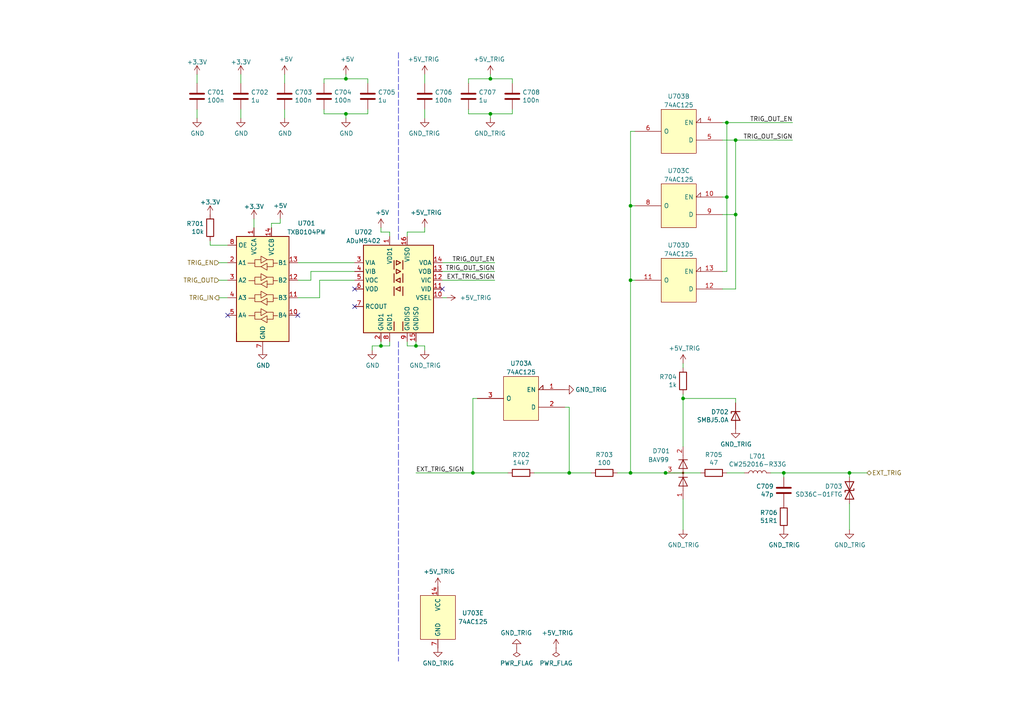
<source format=kicad_sch>
(kicad_sch (version 20230121) (generator eeschema)
  (paper "A4")
  (lib_symbols
    (symbol "Device:C" (pin_numbers hide) (pin_names (offset 0.254))
      (property "Reference" "C" (at 0.635 2.54 0))
      (property "Value" "C" (at 0.635 -2.54 0))
      (symbol "C_0_1"
        (polyline (pts (xy -2.032 -0.762) (xy 2.032 -0.762)) (stroke (width 0.508)))
        (polyline (pts (xy -2.032 0.762) (xy 2.032 0.762)) (stroke (width 0.508)))
      )
      (symbol "C_1_1"
        (pin passive line (at 0 3.81 270) (length 2.794) (name "~") (number "1"))
        (pin passive line (at 0 -3.81 90) (length 2.794) (name "~") (number "2"))
      )
    )
    (symbol "Device:D_TVS" (pin_numbers hide) (pin_names (offset 1.016) hide)
      (property "Reference" "D" (at 0 2.54 0))
      (property "Value" "D_TVS" (at 0 -2.54 0))
      (symbol "D_TVS_0_1"
        (polyline (pts (xy 1.27 0) (xy -1.27 0)))
        (polyline (pts (xy 0.508 1.27) (xy 0 1.27) (xy 0 -1.27) (xy -0.508 -1.27)) (stroke (width 0.254)))
        (polyline (pts (xy -2.54 1.27) (xy -2.54 -1.27) (xy 2.54 1.27) (xy 2.54 -1.27) (xy -2.54 1.27)) (stroke (width 0.254)))
      )
      (symbol "D_TVS_1_1"
        (pin passive line (at -3.81 0 0) (length 2.54) (name "A1") (number "1"))
        (pin passive line (at 3.81 0 180) (length 2.54) (name "A2") (number "2"))
      )
    )
    (symbol "Device:D_Zener" (pin_numbers hide) (pin_names (offset 1.016) hide)
      (property "Reference" "D" (at 0 2.54 0))
      (property "Value" "D_Zener" (at 0 -2.54 0))
      (symbol "D_Zener_0_1"
        (polyline (pts (xy 1.27 0) (xy -1.27 0)))
        (polyline (pts (xy -1.27 -1.27) (xy -1.27 1.27) (xy -0.762 1.27)) (stroke (width 0.254)))
        (polyline (pts (xy 1.27 -1.27) (xy 1.27 1.27) (xy -1.27 0) (xy 1.27 -1.27)) (stroke (width 0.254)))
      )
      (symbol "D_Zener_1_1"
        (pin passive line (at -3.81 0 0) (length 2.54) (name "K") (number "1"))
        (pin passive line (at 3.81 0 180) (length 2.54) (name "A") (number "2"))
      )
    )
    (symbol "Device:L" (pin_numbers hide) (pin_names (offset 1.016) hide)
      (property "Reference" "L" (at -1.27 0 90))
      (property "Value" "L" (at 1.905 0 90))
      (symbol "L_0_1"
        (arc (start 0 -2.54) (mid 0.6323 -1.905) (end 0 -1.27))
        (arc (start 0 -1.27) (mid 0.6323 -0.635) (end 0 0))
        (arc (start 0 0) (mid 0.6323 0.635) (end 0 1.27))
        (arc (start 0 1.27) (mid 0.6323 1.905) (end 0 2.54))
      )
      (symbol "L_1_1"
        (pin passive line (at 0 3.81 270) (length 1.27) (name "1") (number "1"))
        (pin passive line (at 0 -3.81 90) (length 1.27) (name "2") (number "2"))
      )
    )
    (symbol "Device:R" (pin_numbers hide) (pin_names (offset 0))
      (property "Reference" "R" (at 2.032 0 90))
      (property "Value" "R" (at 0 0 90))
      (symbol "R_0_1"
        (rectangle (start -1.016 -2.54) (end 1.016 2.54) (stroke (width 0.254)))
      )
      (symbol "R_1_1"
        (pin passive line (at 0 3.81 270) (length 1.27) (name "~") (number "1"))
        (pin passive line (at 0 -3.81 90) (length 1.27) (name "~") (number "2"))
      )
    )
    (symbol "Diode:BAV99" (pin_names hide)
      (property "Reference" "D" (at 0 5.08 0))
      (property "Value" "BAV99" (at 0 2.54 0))
      (symbol "BAV99_0_1"
        (polyline (pts (xy -5.08 0) (xy 5.08 0)))
      )
      (symbol "BAV99_1_1"
        (polyline (pts (xy 0 0) (xy 0 -2.54)))
        (polyline (pts (xy -1.27 -1.27) (xy -1.27 1.27) (xy -1.27 1.27)) (stroke (width 0.2032)))
        (polyline (pts (xy 3.81 1.27) (xy 3.81 -1.27) (xy 3.81 -1.27)) (stroke (width 0.2032)))
        (polyline (pts (xy -3.81 1.27) (xy -1.27 0) (xy -3.81 -1.27) (xy -3.81 1.27) (xy -3.81 1.27) (xy -3.81 1.27)) (stroke (width 0.2032)))
        (polyline (pts (xy 1.27 1.27) (xy 3.81 0) (xy 1.27 -1.27) (xy 1.27 1.27) (xy 1.27 1.27) (xy 1.27 1.27)) (stroke (width 0.2032)))
        (circle (center 0 0) (radius 0.254) (fill (type outline)))
        (pin passive line (at -7.62 0 0) (length 2.54) (name "K") (number "1"))
        (pin passive line (at 7.62 0 180) (length 2.54) (name "A") (number "2"))
        (pin passive line (at 0 -5.08 90) (length 2.54) (name "K") (number "3"))
      )
    )
    (symbol "ETH1CSMU2:+5V_TRIG" (power) (pin_names (offset 0))
      (property "Value" "+5V_TRIG" (at 0 3.556 0))
      (symbol "+5V_TRIG_0_1"
        (polyline (pts (xy -0.762 1.27) (xy 0 2.54)))
        (polyline (pts (xy 0 0) (xy 0 2.54)))
        (polyline (pts (xy 0 2.54) (xy 0.762 1.27)))
      )
      (symbol "+5V_TRIG_1_1"
        (pin power_in line (at 0 0 90) (length 0) hide (name "+5V_TRIG") (number "1"))
      )
    )
    (symbol "ETH1CSMU2:74AC125" (pin_names (offset 0.762))
      (property "Reference" "U" (at 8.89 6.35 0))
      (property "Value" "74AC125" (at 6.35 5.08 0))
      (symbol "74AC125_0_1"
        (rectangle (start -5.08 6.35) (end 5.08 -6.35) (fill (type background)))
      )
      (symbol "74AC125_1_0"
        (pin input input_low (at -12.7 2.54 0) (length 7.62) (name "EN") (number "1"))
      )
      (symbol "74AC125_1_1"
        (pin input line (at -12.7 -2.54 0) (length 7.62) (name "D") (number "2"))
        (pin tri_state line (at 12.7 0 180) (length 7.62) (name "O") (number "3"))
      )
      (symbol "74AC125_2_0"
        (pin input input_low (at -12.7 2.54 0) (length 7.62) (name "EN") (number "4"))
      )
      (symbol "74AC125_2_1"
        (pin input line (at -12.7 -2.54 0) (length 7.62) (name "D") (number "5"))
        (pin tri_state line (at 12.7 0 180) (length 7.62) (name "O") (number "6"))
      )
      (symbol "74AC125_3_0"
        (pin input input_low (at -12.7 2.54 0) (length 7.62) (name "EN") (number "10"))
      )
      (symbol "74AC125_3_1"
        (pin tri_state line (at 12.7 0 180) (length 7.62) (name "O") (number "8"))
        (pin input line (at -12.7 -2.54 0) (length 7.62) (name "D") (number "9"))
      )
      (symbol "74AC125_4_0"
        (pin input input_low (at -12.7 2.54 0) (length 7.62) (name "EN") (number "13"))
      )
      (symbol "74AC125_4_1"
        (pin tri_state line (at 12.7 0 180) (length 7.62) (name "O") (number "11"))
        (pin input line (at -12.7 -2.54 0) (length 7.62) (name "D") (number "12"))
      )
      (symbol "74AC125_5_1"
        (pin passive line (at 0 8.89 270) (length 2.54) (name "VCC") (number "14"))
        (pin passive line (at 0 -8.89 90) (length 2.54) (name "GND") (number "7"))
      )
    )
    (symbol "ETH1CSMU2:GND_TRIG" (power) (pin_names (offset 0))
      (property "Value" "GND_TRIG" (at 0 -3.81 0))
      (symbol "GND_TRIG_0_1"
        (polyline (pts (xy 0 0) (xy 0 -1.27) (xy 1.27 -1.27) (xy 0 -2.54) (xy -1.27 -1.27) (xy 0 -1.27)))
      )
      (symbol "GND_TRIG_1_1"
        (pin power_in line (at 0 0 270) (length 0) hide (name "GND_TRIG") (number "1"))
      )
    )
    (symbol "Isolator:ADuM5402"
      (property "Reference" "U" (at -10.16 13.97 0))
      (property "Value" "ADuM5402" (at 3.81 13.97 0))
      (symbol "ADuM5402_0_1"
        (rectangle (start -10.16 12.7) (end 10.16 -12.7) (stroke (width 0.254)) (fill (type background)))
        (polyline (pts (xy -1.27 -9.525) (xy -1.27 -12.065)) (stroke (width 0.254)))
        (polyline (pts (xy -1.27 0.635) (xy -1.27 -1.905)) (stroke (width 0.254)))
        (polyline (pts (xy -1.27 4.445) (xy -1.27 1.905)) (stroke (width 0.254)))
        (polyline (pts (xy -1.27 8.255) (xy -1.27 5.715)) (stroke (width 0.254)))
        (polyline (pts (xy 1.27 -9.525) (xy 1.27 -12.065)) (stroke (width 0.254)))
        (polyline (pts (xy 1.27 0.635) (xy 1.27 -1.905)) (stroke (width 0.254)))
        (polyline (pts (xy 1.27 4.445) (xy 1.27 1.905)) (stroke (width 0.254)))
        (polyline (pts (xy 1.27 8.255) (xy 1.27 5.715)) (stroke (width 0.254)))
        (polyline (pts (xy -0.635 5.715) (xy -0.635 4.445) (xy 0.635 5.08) (xy -0.635 5.715)) (stroke (width 0.254)))
        (polyline (pts (xy -0.635 6.985) (xy 0.635 7.62) (xy -0.635 8.255) (xy -0.635 6.985)) (stroke (width 0.254)))
        (polyline (pts (xy 0.508 0.635) (xy 0.508 -0.635) (xy -0.762 0) (xy 0.508 0.635)) (stroke (width 0.254)))
        (polyline (pts (xy 0.508 1.905) (xy -0.762 2.54) (xy 0.508 3.175) (xy 0.508 1.905)) (stroke (width 0.254)))
      )
      (symbol "ADuM5402_1_1"
        (pin power_in line (at -2.54 15.24 270) (length 2.54) (name "VDD1") (number "1"))
        (pin input line (at 12.7 -2.54 180) (length 2.54) (name "VSEL") (number "10"))
        (pin input line (at 12.7 0 180) (length 2.54) (name "VID") (number "11"))
        (pin input line (at 12.7 2.54 180) (length 2.54) (name "VIC") (number "12"))
        (pin output line (at 12.7 5.08 180) (length 2.54) (name "VOB") (number "13"))
        (pin output line (at 12.7 7.62 180) (length 2.54) (name "VOA") (number "14"))
        (pin power_in line (at 5.08 -15.24 90) (length 2.54) (name "GNDISO") (number "15"))
        (pin power_in line (at 2.54 15.24 270) (length 2.54) (name "VISO") (number "16"))
        (pin power_in line (at -5.08 -15.24 90) (length 2.54) (name "GND1") (number "2"))
        (pin input line (at -12.7 7.62 0) (length 2.54) (name "VIA") (number "3"))
        (pin input line (at -12.7 5.08 0) (length 2.54) (name "VIB") (number "4"))
        (pin output line (at -12.7 2.54 0) (length 2.54) (name "VOC") (number "5"))
        (pin output line (at -12.7 0 0) (length 2.54) (name "VOD") (number "6"))
        (pin output line (at -12.7 -5.08 0) (length 2.54) (name "RCOUT") (number "7"))
        (pin power_in line (at -2.54 -15.24 90) (length 2.54) (name "GND1") (number "8"))
        (pin power_in line (at 2.54 -15.24 90) (length 2.54) (name "GNDISO") (number "9"))
      )
    )
    (symbol "Logic_LevelTranslator:TXB0104PW"
      (property "Reference" "U" (at -6.35 16.51 0))
      (property "Value" "TXB0104PW" (at 3.81 16.51 0))
      (symbol "TXB0104PW_0_1"
        (rectangle (start -7.62 -15.24) (end -7.62 -12.7) (stroke (width 0.254)))
        (rectangle (start -7.62 15.24) (end 7.62 -15.24) (stroke (width 0.254)) (fill (type background)))
        (polyline (pts (xy -2.286 -7.747) (xy -2.286 -6.731) (xy -0.508 -6.731)))
        (polyline (pts (xy -2.286 -2.667) (xy -2.286 -1.651) (xy -0.508 -1.651)))
        (polyline (pts (xy -2.286 2.413) (xy -2.286 3.429) (xy -0.508 3.429)))
        (polyline (pts (xy -2.286 7.493) (xy -2.286 8.509) (xy -0.508 8.509)))
        (polyline (pts (xy 3.048 -7.747) (xy 3.048 -8.763) (xy 1.27 -8.763)))
        (polyline (pts (xy 3.048 -2.667) (xy 3.048 -3.683) (xy 1.27 -3.683)))
        (polyline (pts (xy 3.048 2.413) (xy 3.048 1.397) (xy 1.27 1.397)))
        (polyline (pts (xy 3.048 7.493) (xy 3.048 6.477) (xy 1.27 6.477)))
        (polyline (pts (xy -0.508 -8.763) (xy -2.286 -8.763) (xy -2.286 -7.747) (xy -4.064 -7.747)))
        (polyline (pts (xy -0.508 -8.763) (xy 1.27 -7.747) (xy 1.27 -9.779) (xy -0.508 -8.763)))
        (polyline (pts (xy -0.508 -3.683) (xy -2.286 -3.683) (xy -2.286 -2.667) (xy -4.064 -2.667)))
        (polyline (pts (xy -0.508 -3.683) (xy 1.27 -2.667) (xy 1.27 -4.699) (xy -0.508 -3.683)))
        (polyline (pts (xy -0.508 1.397) (xy -2.286 1.397) (xy -2.286 2.413) (xy -4.064 2.413)))
        (polyline (pts (xy -0.508 1.397) (xy 1.27 2.413) (xy 1.27 0.381) (xy -0.508 1.397)))
        (polyline (pts (xy -0.508 6.477) (xy -2.286 6.477) (xy -2.286 7.493) (xy -4.318 7.493)))
        (polyline (pts (xy -0.508 6.477) (xy 1.27 7.493) (xy 1.27 5.461) (xy -0.508 6.477)))
        (polyline (pts (xy 1.27 -6.731) (xy -0.508 -7.747) (xy -0.508 -5.715) (xy 1.27 -6.731)))
        (polyline (pts (xy 1.27 -6.731) (xy 3.048 -6.731) (xy 3.048 -7.747) (xy 4.318 -7.747)))
        (polyline (pts (xy 1.27 -1.651) (xy -0.508 -2.667) (xy -0.508 -0.635) (xy 1.27 -1.651)))
        (polyline (pts (xy 1.27 -1.651) (xy 3.048 -1.651) (xy 3.048 -2.667) (xy 4.318 -2.667)))
        (polyline (pts (xy 1.27 3.429) (xy -0.508 2.413) (xy -0.508 4.445) (xy 1.27 3.429)))
        (polyline (pts (xy 1.27 3.429) (xy 3.048 3.429) (xy 3.048 2.413) (xy 4.318 2.413)))
        (polyline (pts (xy 1.27 8.509) (xy -0.508 7.493) (xy -0.508 9.525) (xy 1.27 8.509)))
        (polyline (pts (xy 1.27 8.509) (xy 3.048 8.509) (xy 3.048 7.493) (xy 4.318 7.493)))
      )
      (symbol "TXB0104PW_1_1"
        (pin power_in line (at -2.54 17.78 270) (length 2.54) (name "VCCA") (number "1"))
        (pin bidirectional line (at 10.16 -7.62 180) (length 2.54) (name "B4") (number "10"))
        (pin bidirectional line (at 10.16 -2.54 180) (length 2.54) (name "B3") (number "11"))
        (pin bidirectional line (at 10.16 2.54 180) (length 2.54) (name "B2") (number "12"))
        (pin bidirectional line (at 10.16 7.62 180) (length 2.54) (name "B1") (number "13"))
        (pin power_in line (at 2.54 17.78 270) (length 2.54) (name "VCCB") (number "14"))
        (pin bidirectional line (at -10.16 7.62 0) (length 2.54) (name "A1") (number "2"))
        (pin bidirectional line (at -10.16 2.54 0) (length 2.54) (name "A2") (number "3"))
        (pin bidirectional line (at -10.16 -2.54 0) (length 2.54) (name "A3") (number "4"))
        (pin bidirectional line (at -10.16 -7.62 0) (length 2.54) (name "A4") (number "5"))
        (pin no_connect line (at -10.16 -12.7 0) (length 2.54) hide (name "NC") (number "6"))
        (pin power_in line (at 0 -17.78 90) (length 2.54) (name "GND") (number "7"))
        (pin input line (at -10.16 12.7 0) (length 2.54) (name "OE") (number "8"))
        (pin no_connect line (at 10.16 -12.7 180) (length 2.54) hide (name "NC") (number "9"))
      )
    )
    (symbol "power:+3.3V" (power) (pin_names (offset 0))
      (property "Value" "+3.3V" (at 0 3.556 0))
      (symbol "+3.3V_0_1"
        (polyline (pts (xy -0.762 1.27) (xy 0 2.54)))
        (polyline (pts (xy 0 0) (xy 0 2.54)))
        (polyline (pts (xy 0 2.54) (xy 0.762 1.27)))
      )
      (symbol "+3.3V_1_1"
        (pin power_in line (at 0 0 90) (length 0) hide (name "+3.3V") (number "1"))
      )
    )
    (symbol "power:+5V" (power) (pin_names (offset 0))
      (property "Value" "+5V" (at 0 3.556 0))
      (symbol "+5V_0_1"
        (polyline (pts (xy -0.762 1.27) (xy 0 2.54)))
        (polyline (pts (xy 0 0) (xy 0 2.54)))
        (polyline (pts (xy 0 2.54) (xy 0.762 1.27)))
      )
      (symbol "+5V_1_1"
        (pin power_in line (at 0 0 90) (length 0) hide (name "+5V") (number "1"))
      )
    )
    (symbol "power:GND" (power) (pin_names (offset 0))
      (property "Value" "GND" (at 0 -3.81 0))
      (symbol "GND_0_1"
        (polyline (pts (xy 0 0) (xy 0 -1.27) (xy 1.27 -1.27) (xy 0 -2.54) (xy -1.27 -1.27) (xy 0 -1.27)))
      )
      (symbol "GND_1_1"
        (pin power_in line (at 0 0 270) (length 0) hide (name "GND") (number "1"))
      )
    )
    (symbol "power:PWR_FLAG" (power) (pin_numbers hide) (pin_names (offset 0) hide)
      (property "Value" "PWR_FLAG" (at 0 3.81 0))
      (symbol "PWR_FLAG_0_0"
        (pin power_out line (at 0 0 90) (length 0) (name "pwr") (number "1"))
      )
      (symbol "PWR_FLAG_0_1"
        (polyline (pts (xy 0 0) (xy 0 1.27) (xy -1.016 1.905) (xy 0 2.54) (xy 1.016 1.905) (xy 0 1.27)))
      )
    )
  )
  (junction (at 246.38 137.16))
  (junction (at 120.65 100.33))
  (junction (at 198.12 115.57))
  (junction (at 213.36 62.23))
  (junction (at 213.36 40.64))
  (junction (at 142.24 22.86))
  (junction (at 182.88 137.16))
  (junction (at 182.88 59.69))
  (junction (at 210.82 57.15))
  (junction (at 137.16 137.16))
  (junction (at 210.82 35.56))
  (junction (at 100.33 22.86))
  (junction (at 182.88 81.28))
  (junction (at 165.1 137.16))
  (junction (at 100.33 33.02))
  (junction (at 110.49 100.33))
  (junction (at 227.33 137.16))
  (junction (at 142.24 33.02))
  (junction (at 193.04 137.16))
  (no_connect (at 86.36 91.44))
  (no_connect (at 102.87 88.9))
  (no_connect (at 128.27 83.82))
  (no_connect (at 102.87 83.82))
  (no_connect (at 66.04 91.44))
  (wire (pts (xy 213.36 115.57) (xy 198.12 115.57)))
  (wire (pts (xy 184.15 38.1) (xy 182.88 38.1)))
  (wire (pts (xy 227.33 137.16) (xy 227.33 138.43)))
  (wire (pts (xy 182.88 38.1) (xy 182.88 59.69)))
  (wire (pts (xy 123.19 24.13) (xy 123.19 21.59)))
  (wire (pts (xy 154.94 137.16) (xy 165.1 137.16)))
  (wire (pts (xy 142.24 21.59) (xy 142.24 22.86)))
  (wire (pts (xy 210.82 57.15) (xy 210.82 35.56)))
  (wire (pts (xy 81.28 64.77) (xy 81.28 63.5)))
  (wire (pts (xy 106.68 24.13) (xy 106.68 22.86)))
  (wire (pts (xy 147.32 137.16) (xy 137.16 137.16)))
  (wire (pts (xy 123.19 34.29) (xy 123.19 31.75)))
  (wire (pts (xy 148.59 22.86) (xy 148.59 24.13)))
  (wire (pts (xy 73.66 63.5) (xy 73.66 66.04)))
  (wire (pts (xy 106.68 31.75) (xy 106.68 33.02)))
  (wire (pts (xy 142.24 33.02) (xy 148.59 33.02)))
  (wire (pts (xy 92.71 86.36) (xy 92.71 81.28)))
  (wire (pts (xy 210.82 137.16) (xy 215.9 137.16)))
  (wire (pts (xy 100.33 22.86) (xy 93.98 22.86)))
  (wire (pts (xy 246.38 138.43) (xy 246.38 137.16)))
  (wire (pts (xy 78.74 66.04) (xy 78.74 64.77)))
  (wire (pts (xy 90.17 78.74) (xy 90.17 81.28)))
  (wire (pts (xy 213.36 83.82) (xy 209.55 83.82)))
  (wire (pts (xy 182.88 81.28) (xy 184.15 81.28)))
  (wire (pts (xy 78.74 64.77) (xy 81.28 64.77)))
  (wire (pts (xy 137.16 137.16) (xy 137.16 115.57)))
  (wire (pts (xy 128.27 78.74) (xy 143.51 78.74)))
  (wire (pts (xy 60.96 71.12) (xy 60.96 69.85)))
  (wire (pts (xy 66.04 71.12) (xy 60.96 71.12)))
  (wire (pts (xy 135.89 24.13) (xy 135.89 22.86)))
  (wire (pts (xy 213.36 40.64) (xy 213.36 62.23)))
  (wire (pts (xy 57.15 21.59) (xy 57.15 24.13)))
  (wire (pts (xy 135.89 31.75) (xy 135.89 33.02)))
  (wire (pts (xy 209.55 57.15) (xy 210.82 57.15)))
  (wire (pts (xy 210.82 35.56) (xy 209.55 35.56)))
  (wire (pts (xy 213.36 62.23) (xy 213.36 83.82)))
  (wire (pts (xy 198.12 105.41) (xy 198.12 106.68)))
  (wire (pts (xy 209.55 62.23) (xy 213.36 62.23)))
  (wire (pts (xy 100.33 34.29) (xy 100.33 33.02)))
  (wire (pts (xy 182.88 81.28) (xy 182.88 137.16)))
  (wire (pts (xy 100.33 33.02) (xy 93.98 33.02)))
  (wire (pts (xy 82.55 31.75) (xy 82.55 34.29)))
  (wire (pts (xy 209.55 40.64) (xy 213.36 40.64)))
  (wire (pts (xy 69.85 21.59) (xy 69.85 24.13)))
  (wire (pts (xy 63.5 86.36) (xy 66.04 86.36)))
  (wire (pts (xy 110.49 100.33) (xy 110.49 99.06)))
  (wire (pts (xy 163.83 118.11) (xy 165.1 118.11)))
  (wire (pts (xy 182.88 59.69) (xy 182.88 81.28)))
  (wire (pts (xy 123.19 67.31) (xy 118.11 67.31)))
  (wire (pts (xy 165.1 118.11) (xy 165.1 137.16)))
  (wire (pts (xy 93.98 33.02) (xy 93.98 31.75)))
  (wire (pts (xy 113.03 68.58) (xy 113.03 67.31)))
  (wire (pts (xy 143.51 76.2) (xy 128.27 76.2)))
  (wire (pts (xy 118.11 100.33) (xy 120.65 100.33)))
  (wire (pts (xy 92.71 81.28) (xy 102.87 81.28)))
  (wire (pts (xy 100.33 21.59) (xy 100.33 22.86)))
  (wire (pts (xy 251.46 137.16) (xy 246.38 137.16)))
  (wire (pts (xy 223.52 137.16) (xy 227.33 137.16)))
  (wire (pts (xy 123.19 100.33) (xy 123.19 101.6)))
  (wire (pts (xy 106.68 33.02) (xy 100.33 33.02)))
  (wire (pts (xy 93.98 22.86) (xy 93.98 24.13)))
  (wire (pts (xy 86.36 86.36) (xy 92.71 86.36)))
  (wire (pts (xy 198.12 114.3) (xy 198.12 115.57)))
  (wire (pts (xy 184.15 59.69) (xy 182.88 59.69)))
  (wire (pts (xy 198.12 144.78) (xy 198.12 153.67)))
  (wire (pts (xy 118.11 67.31) (xy 118.11 68.58)))
  (wire (pts (xy 203.2 137.16) (xy 193.04 137.16)))
  (wire (pts (xy 107.95 100.33) (xy 110.49 100.33)))
  (polyline (pts (xy 115.57 99.06) (xy 115.57 191.77)) (stroke (width 0) (type dash)))
  (wire (pts (xy 137.16 115.57) (xy 138.43 115.57)))
  (wire (pts (xy 210.82 78.74) (xy 210.82 57.15)))
  (wire (pts (xy 179.07 137.16) (xy 182.88 137.16)))
  (wire (pts (xy 213.36 40.64) (xy 229.87 40.64)))
  (wire (pts (xy 86.36 76.2) (xy 102.87 76.2)))
  (wire (pts (xy 118.11 99.06) (xy 118.11 100.33)))
  (wire (pts (xy 129.54 86.36) (xy 128.27 86.36)))
  (wire (pts (xy 113.03 100.33) (xy 110.49 100.33)))
  (wire (pts (xy 107.95 101.6) (xy 107.95 100.33)))
  (wire (pts (xy 113.03 67.31) (xy 110.49 67.31)))
  (wire (pts (xy 143.51 81.28) (xy 128.27 81.28)))
  (wire (pts (xy 246.38 153.67) (xy 246.38 146.05)))
  (wire (pts (xy 135.89 22.86) (xy 142.24 22.86)))
  (wire (pts (xy 113.03 99.06) (xy 113.03 100.33)))
  (wire (pts (xy 69.85 31.75) (xy 69.85 34.29)))
  (wire (pts (xy 165.1 137.16) (xy 171.45 137.16)))
  (wire (pts (xy 137.16 137.16) (xy 120.65 137.16)))
  (wire (pts (xy 90.17 81.28) (xy 86.36 81.28)))
  (wire (pts (xy 135.89 33.02) (xy 142.24 33.02)))
  (wire (pts (xy 246.38 137.16) (xy 227.33 137.16)))
  (wire (pts (xy 110.49 67.31) (xy 110.49 66.04)))
  (wire (pts (xy 63.5 81.28) (xy 66.04 81.28)))
  (wire (pts (xy 198.12 115.57) (xy 198.12 129.54)))
  (wire (pts (xy 57.15 34.29) (xy 57.15 31.75)))
  (wire (pts (xy 120.65 100.33) (xy 123.19 100.33)))
  (wire (pts (xy 209.55 78.74) (xy 210.82 78.74)))
  (wire (pts (xy 142.24 22.86) (xy 148.59 22.86)))
  (wire (pts (xy 106.68 22.86) (xy 100.33 22.86)))
  (wire (pts (xy 120.65 99.06) (xy 120.65 100.33)))
  (wire (pts (xy 63.5 76.2) (xy 66.04 76.2)))
  (wire (pts (xy 142.24 34.29) (xy 142.24 33.02)))
  (wire (pts (xy 213.36 116.84) (xy 213.36 115.57)))
  (wire (pts (xy 82.55 21.59) (xy 82.55 24.13)))
  (wire (pts (xy 210.82 35.56) (xy 229.87 35.56)))
  (polyline (pts (xy 115.57 15.24) (xy 115.57 69.85)) (stroke (width 0) (type dash)))
  (wire (pts (xy 102.87 78.74) (xy 90.17 78.74)))
  (wire (pts (xy 148.59 33.02) (xy 148.59 31.75)))
  (wire (pts (xy 193.04 137.16) (xy 182.88 137.16)))
  (wire (pts (xy 123.19 66.04) (xy 123.19 67.31)))
  (label "TRIG_OUT_EN" (at 229.87 35.56 180))
  (label "TRIG_OUT_EN" (at 143.51 76.2 180))
  (label "EXT_TRIG_SIGN" (at 120.65 137.16 0))
  (label "EXT_TRIG_SIGN" (at 143.51 81.28 180))
  (label "TRIG_OUT_SIGN" (at 143.51 78.74 180))
  (label "TRIG_OUT_SIGN" (at 229.87 40.64 180))
  (hierarchical_label "TRIG_OUT" (shape input) (at 63.5 81.28 180))
  (hierarchical_label "TRIG_EN" (shape input) (at 63.5 76.2 180))
  (hierarchical_label "TRIG_IN" (shape output) (at 63.5 86.36 180))
  (hierarchical_label "EXT_TRIG" (shape bidirectional) (at 251.46 137.16 0))
  (symbol (lib_id "Device:C") (at 148.59 27.94 0) (unit 1)
    (property "Reference" "C708" (at 151.511 26.7716 0) (effects (justify left)))
    (property "Value" "100n" (at 151.511 29.083 0) (effects (justify left)))
    (property "Footprint" "Capacitor_SMD:C_0603_1608Metric_Pad1.08x0.95mm_HandSolder" (effects hide))
    (instances (project "ETH1CSMU2" (path "" (reference "C708") (unit 1))) (project "ETH1CREF1A" (path "" (reference "C408") (unit 1))))
  )
  (symbol (lib_id "ETH1CSMU2:GND_TRIG") (at 213.36 124.46 0) (unit 1)
    (property "Reference" "#PWR0729" (effects hide))
    (property "Value" "GND_TRIG" (at 213.487 128.8542 0))
    (instances (project "ETH1CSMU2" (path "" (reference "#PWR0729") (unit 1))) (project "ETH1CREF1A" (path "" (reference "#PWR0429") (unit 1))))
  )
  (symbol (lib_id "ETH1CSMU2:+5V_TRIG") (at 142.24 21.59 0) (mirror y) (unit 1)
    (property "Reference" "#PWR0722" (effects hide))
    (property "Value" "+5V_TRIG" (at 141.859 17.1958 0))
    (instances (project "ETH1CSMU2" (path "" (reference "#PWR0722") (unit 1))) (project "ETH1CREF1A" (path "" (reference "#PWR0422") (unit 1))))
  )
  (symbol (lib_id "ETH1CSMU2:GND_TRIG") (at 246.38 153.67 0) (unit 1)
    (property "Reference" "#PWR0731" (effects hide))
    (property "Value" "GND_TRIG" (at 246.507 158.0642 0))
    (instances (project "ETH1CSMU2" (path "" (reference "#PWR0731") (unit 1))) (project "ETH1CREF1A" (path "" (reference "#PWR0431") (unit 1))))
  )
  (symbol (lib_id "power:+5V") (at 82.55 21.59 0) (unit 1)
    (property "Reference" "#PWR0709" (effects hide))
    (property "Value" "+5V" (at 82.931 17.1958 0))
    (instances (project "ETH1CSMU2" (path "" (reference "#PWR0709") (unit 1))) (project "ETH1CREF1A" (path "" (reference "#PWR0409") (unit 1))))
  )
  (symbol (lib_id "Device:R") (at 175.26 137.16 90) (mirror x) (unit 1)
    (property "Reference" "R703" (at 175.26 131.9022 90))
    (property "Value" "100" (at 175.26 134.2136 90))
    (property "Footprint" "Resistor_SMD:R_0603_1608Metric_Pad0.98x0.95mm_HandSolder" (effects hide))
    (instances (project "ETH1CSMU2" (path "" (reference "R703") (unit 1))) (project "ETH1CREF1A" (path "" (reference "R403") (unit 1))))
  )
  (symbol (lib_id "Device:D_Zener") (at 213.36 120.65 90) (mirror x) (unit 1)
    (property "Reference" "D702" (at 211.3534 119.4816 90) (effects (justify left)))
    (property "Value" "SMBJ5.0A" (at 211.3534 121.793 90) (effects (justify left)))
    (property "Footprint" "Diode_SMD:D_SMB" (effects hide))
    (instances (project "ETH1CSMU2" (path "" (reference "D702") (unit 1))) (project "ETH1CREF1A" (path "" (reference "D402") (unit 1))))
  )
  (symbol (lib_id "ETH1CSMU2:GND_TRIG") (at 227.33 153.67 0) (unit 1)
    (property "Reference" "#PWR0730" (effects hide))
    (property "Value" "GND_TRIG" (at 227.457 158.0642 0))
    (instances (project "ETH1CSMU2" (path "" (reference "#PWR0730") (unit 1))) (project "ETH1CREF1A" (path "" (reference "#PWR0430") (unit 1))))
  )
  (symbol (lib_id "power:PWR_FLAG") (at 161.29 187.96 180) (unit 1)
    (property "Reference" "#FLG0702" (effects hide))
    (property "Value" "PWR_FLAG" (at 161.29 192.3542 0))
    (instances (project "ETH1CSMU2" (path "" (reference "#FLG0702") (unit 1))) (project "ETH1CREF1A" (path "" (reference "#FLG0402") (unit 1))))
  )
  (symbol (lib_id "Device:C") (at 135.89 27.94 0) (unit 1)
    (property "Reference" "C707" (at 138.811 26.7716 0) (effects (justify left)))
    (property "Value" "1u" (at 138.811 29.083 0) (effects (justify left)))
    (property "Footprint" "Capacitor_SMD:C_0603_1608Metric_Pad1.08x0.95mm_HandSolder" (effects hide))
    (instances (project "ETH1CSMU2" (path "" (reference "C707") (unit 1))) (project "ETH1CREF1A" (path "" (reference "C407") (unit 1))))
  )
  (symbol (lib_id "ETH1CSMU2:GND_TRIG") (at 142.24 34.29 0) (mirror y) (unit 1)
    (property "Reference" "#PWR0723" (effects hide))
    (property "Value" "GND_TRIG" (at 142.113 38.6842 0))
    (instances (project "ETH1CSMU2" (path "" (reference "#PWR0723") (unit 1))) (project "ETH1CREF1A" (path "" (reference "#PWR0423") (unit 1))))
  )
  (symbol (lib_id "ETH1CSMU2:74AC125") (at 127 179.07 0) (mirror y) (unit 5)
    (property "Reference" "U703" (at 137.16 177.8 0))
    (property "Value" "74AC125" (at 137.16 180.34 0))
    (property "Footprint" "Package_SO:TSSOP-14_4.4x5mm_P0.65mm" (effects hide))
    (instances (project "ETH1CSMU2" (path "" (reference "U703") (unit 5))) (project "ETH1CREF1A" (path "" (reference "U403") (unit 5))))
  )
  (symbol (lib_id "power:+5V") (at 110.49 66.04 0) (unit 1)
    (property "Reference" "#PWR0714" (effects hide))
    (property "Value" "+5V" (at 110.871 61.6458 0))
    (instances (project "ETH1CSMU2" (path "" (reference "#PWR0714") (unit 1))) (project "ETH1CREF1A" (path "" (reference "#PWR0414") (unit 1))))
  )
  (symbol (lib_id "power:GND") (at 57.15 34.29 0) (unit 1)
    (property "Reference" "#PWR0702" (effects hide))
    (property "Value" "GND" (at 57.277 38.6842 0))
    (instances (project "ETH1CSMU2" (path "" (reference "#PWR0702") (unit 1))) (project "ETH1CREF1A" (path "" (reference "#PWR0402") (unit 1))))
  )
  (symbol (lib_id "power:GND") (at 69.85 34.29 0) (unit 1)
    (property "Reference" "#PWR0705" (effects hide))
    (property "Value" "GND" (at 69.977 38.6842 0))
    (instances (project "ETH1CSMU2" (path "" (reference "#PWR0705") (unit 1))) (project "ETH1CREF1A" (path "" (reference "#PWR0405") (unit 1))))
  )
  (symbol (lib_id "power:GND") (at 76.2 101.6 0) (unit 1)
    (property "Reference" "#PWR0707" (effects hide))
    (property "Value" "GND" (at 76.327 105.9942 0))
    (instances (project "ETH1CSMU2" (path "" (reference "#PWR0707") (unit 1))) (project "ETH1CREF1A" (path "" (reference "#PWR0407") (unit 1))))
  )
  (symbol (lib_id "Device:R") (at 151.13 137.16 90) (mirror x) (unit 1)
    (property "Reference" "R702" (at 151.13 131.9022 90))
    (property "Value" "14k7" (at 151.13 134.2136 90))
    (property "Footprint" "Resistor_SMD:R_0603_1608Metric_Pad0.98x0.95mm_HandSolder" (effects hide))
    (instances (project "ETH1CSMU2" (path "" (reference "R702") (unit 1))) (project "ETH1CREF1A" (path "" (reference "R402") (unit 1))))
  )
  (symbol (lib_id "ETH1CSMU2:GND_TRIG") (at 127 187.96 0) (unit 1)
    (property "Reference" "#PWR0720" (effects hide))
    (property "Value" "GND_TRIG" (at 127.127 192.3542 0))
    (instances (project "ETH1CSMU2" (path "" (reference "#PWR0720") (unit 1))) (project "ETH1CREF1A" (path "" (reference "#PWR0420") (unit 1))))
  )
  (symbol (lib_id "ETH1CSMU2:+5V_TRIG") (at 129.54 86.36 270) (unit 1)
    (property "Reference" "#PWR0721" (effects hide))
    (property "Value" "+5V_TRIG" (at 133.35 86.36 90) (effects (justify left)))
    (instances (project "ETH1CSMU2" (path "" (reference "#PWR0721") (unit 1))) (project "ETH1CREF1A" (path "" (reference "#PWR0421") (unit 1))))
  )
  (symbol (lib_id "Device:C") (at 82.55 27.94 0) (unit 1)
    (property "Reference" "C703" (at 85.471 26.7716 0) (effects (justify left)))
    (property "Value" "100n" (at 85.471 29.083 0) (effects (justify left)))
    (property "Footprint" "Capacitor_SMD:C_0603_1608Metric_Pad1.08x0.95mm_HandSolder" (effects hide))
    (instances (project "ETH1CSMU2" (path "" (reference "C703") (unit 1))) (project "ETH1CREF1A" (path "" (reference "C403") (unit 1))))
  )
  (symbol (lib_id "power:+5V") (at 81.28 63.5 0) (unit 1)
    (property "Reference" "#PWR0708" (effects hide))
    (property "Value" "+5V" (at 81.28 59.69 0))
    (instances (project "ETH1CSMU2" (path "" (reference "#PWR0708") (unit 1))) (project "ETH1CREF1A" (path "" (reference "#PWR0408") (unit 1))))
  )
  (symbol (lib_id "ETH1CSMU2:GND_TRIG") (at 123.19 34.29 0) (mirror y) (unit 1)
    (property "Reference" "#PWR0716" (effects hide))
    (property "Value" "GND_TRIG" (at 123.063 38.6842 0))
    (instances (project "ETH1CSMU2" (path "" (reference "#PWR0716") (unit 1))) (project "ETH1CREF1A" (path "" (reference "#PWR0416") (unit 1))))
  )
  (symbol (lib_id "power:+3.3V") (at 60.96 62.23 0) (unit 1)
    (property "Reference" "#PWR0703" (effects hide))
    (property "Value" "+3.3V" (at 60.96 58.6542 0))
    (instances (project "ETH1CSMU2" (path "" (reference "#PWR0703") (unit 1))) (project "ETH1CREF1A" (path "" (reference "#PWR0403") (unit 1))))
  )
  (symbol (lib_id "ETH1CSMU2:+5V_TRIG") (at 123.19 21.59 0) (mirror y) (unit 1)
    (property "Reference" "#PWR0715" (effects hide))
    (property "Value" "+5V_TRIG" (at 122.809 17.1958 0))
    (instances (project "ETH1CSMU2" (path "" (reference "#PWR0715") (unit 1))) (project "ETH1CREF1A" (path "" (reference "#PWR0415") (unit 1))))
  )
  (symbol (lib_id "ETH1CSMU2:74AC125") (at 196.85 59.69 0) (mirror y) (unit 3)
    (property "Reference" "U703" (at 196.85 49.53 0))
    (property "Value" "74AC125" (at 196.85 52.07 0))
    (property "Footprint" "Package_SO:TSSOP-14_4.4x5mm_P0.65mm" (effects hide))
    (instances (project "ETH1CSMU2" (path "" (reference "U703") (unit 3))) (project "ETH1CREF1A" (path "" (reference "U403") (unit 3))))
  )
  (symbol (lib_id "Device:L") (at 219.71 137.16 270) (mirror x) (unit 1)
    (property "Reference" "L701" (at 219.71 132.334 90))
    (property "Value" "CW252016-R33G" (at 219.71 134.6454 90))
    (property "Footprint" "ETH1CSMU2:CW252016" (effects hide))
    (instances (project "ETH1CSMU2" (path "" (reference "L701") (unit 1))) (project "ETH1CREF1A" (path "" (reference "L401") (unit 1))))
  )
  (symbol (lib_id "ETH1CSMU2:+5V_TRIG") (at 161.29 187.96 0) (unit 1)
    (property "Reference" "#PWR0725" (effects hide))
    (property "Value" "+5V_TRIG" (at 161.671 183.5658 0))
    (instances (project "ETH1CSMU2" (path "" (reference "#PWR0725") (unit 1))) (project "ETH1CREF1A" (path "" (reference "#PWR0425") (unit 1))))
  )
  (symbol (lib_id "power:+3.3V") (at 73.66 63.5 0) (unit 1)
    (property "Reference" "#PWR0706" (effects hide))
    (property "Value" "+3.3V" (at 73.66 59.9242 0))
    (instances (project "ETH1CSMU2" (path "" (reference "#PWR0706") (unit 1))) (project "ETH1CREF1A" (path "" (reference "#PWR0406") (unit 1))))
  )
  (symbol (lib_id "Device:R") (at 198.12 110.49 0) (mirror y) (unit 1)
    (property "Reference" "R704" (at 196.342 109.3216 0) (effects (justify left)))
    (property "Value" "1k" (at 196.342 111.633 0) (effects (justify left)))
    (property "Footprint" "Resistor_SMD:R_0603_1608Metric_Pad0.98x0.95mm_HandSolder" (effects hide))
    (instances (project "ETH1CSMU2" (path "" (reference "R704") (unit 1))) (project "ETH1CREF1A" (path "" (reference "R404") (unit 1))))
  )
  (symbol (lib_id "Isolator:ADuM5402") (at 115.57 83.82 0) (unit 1)
    (property "Reference" "U702" (at 105.41 67.31 0))
    (property "Value" "ADuM5402" (at 105.41 69.85 0))
    (property "Footprint" "Package_SO:SOIC-16W_7.5x10.3mm_P1.27mm" (effects hide))
    (property "Datasheet" "https://www.analog.com/media/en/technical-documentation/data-sheets/ADuM5401_5402_5403_5404.pdf" (effects hide))
    (instances (project "ETH1CSMU2" (path "" (reference "U702") (unit 1))) (project "ETH1CREF1A" (path "" (reference "U402") (unit 1))))
  )
  (symbol (lib_id "power:GND") (at 100.33 34.29 0) (unit 1)
    (property "Reference" "#PWR0712" (effects hide))
    (property "Value" "GND" (at 100.457 38.6842 0))
    (instances (project "ETH1CSMU2" (path "" (reference "#PWR0712") (unit 1))) (project "ETH1CREF1A" (path "" (reference "#PWR0412") (unit 1))))
  )
  (symbol (lib_id "ETH1CSMU2:+5V_TRIG") (at 198.12 105.41 0) (unit 1)
    (property "Reference" "#PWR0727" (effects hide))
    (property "Value" "+5V_TRIG" (at 198.501 101.0158 0))
    (instances (project "ETH1CSMU2" (path "" (reference "#PWR0727") (unit 1))) (project "ETH1CREF1A" (path "" (reference "#PWR0427") (unit 1))))
  )
  (symbol (lib_id "Device:R") (at 60.96 66.04 0) (unit 1)
    (property "Reference" "R701" (at 59.182 64.8716 0) (effects (justify right)))
    (property "Value" "10k" (at 59.182 67.183 0) (effects (justify right)))
    (property "Footprint" "Resistor_SMD:R_0603_1608Metric_Pad0.98x0.95mm_HandSolder" (effects hide))
    (instances (project "ETH1CSMU2" (path "" (reference "R701") (unit 1))) (project "ETH1CREF1A" (path "" (reference "R401") (unit 1))))
  )
  (symbol (lib_id "Device:C") (at 57.15 27.94 0) (unit 1)
    (property "Reference" "C701" (at 60.071 26.7716 0) (effects (justify left)))
    (property "Value" "100n" (at 60.071 29.083 0) (effects (justify left)))
    (property "Footprint" "Capacitor_SMD:C_0603_1608Metric_Pad1.08x0.95mm_HandSolder" (effects hide))
    (instances (project "ETH1CSMU2" (path "" (reference "C701") (unit 1))) (project "ETH1CREF1A" (path "" (reference "C401") (unit 1))))
  )
  (symbol (lib_id "power:PWR_FLAG") (at 149.86 187.96 180) (unit 1)
    (property "Reference" "#FLG0701" (effects hide))
    (property "Value" "PWR_FLAG" (at 149.86 192.3542 0))
    (instances (project "ETH1CSMU2" (path "" (reference "#FLG0701") (unit 1))) (project "ETH1CREF1A" (path "" (reference "#FLG0401") (unit 1))))
  )
  (symbol (lib_id "Device:C") (at 93.98 27.94 0) (unit 1)
    (property "Reference" "C704" (at 96.901 26.7716 0) (effects (justify left)))
    (property "Value" "100n" (at 96.901 29.083 0) (effects (justify left)))
    (property "Footprint" "Capacitor_SMD:C_0603_1608Metric_Pad1.08x0.95mm_HandSolder" (effects hide))
    (instances (project "ETH1CSMU2" (path "" (reference "C704") (unit 1))) (project "ETH1CREF1A" (path "" (reference "C404") (unit 1))))
  )
  (symbol (lib_id "power:+3.3V") (at 69.85 21.59 0) (unit 1)
    (property "Reference" "#PWR0704" (effects hide))
    (property "Value" "+3.3V" (at 69.85 18.0142 0))
    (instances (project "ETH1CSMU2" (path "" (reference "#PWR0704") (unit 1))) (project "ETH1CREF1A" (path "" (reference "#PWR0404") (unit 1))))
  )
  (symbol (lib_id "Device:C") (at 69.85 27.94 0) (unit 1)
    (property "Reference" "C702" (at 72.771 26.7716 0) (effects (justify left)))
    (property "Value" "1u" (at 72.771 29.083 0) (effects (justify left)))
    (property "Footprint" "Capacitor_SMD:C_0603_1608Metric_Pad1.08x0.95mm_HandSolder" (effects hide))
    (instances (project "ETH1CSMU2" (path "" (reference "C702") (unit 1))) (project "ETH1CREF1A" (path "" (reference "C402") (unit 1))))
  )
  (symbol (lib_id "Device:C") (at 123.19 27.94 0) (unit 1)
    (property "Reference" "C706" (at 126.111 26.7716 0) (effects (justify left)))
    (property "Value" "100n" (at 126.111 29.083 0) (effects (justify left)))
    (property "Footprint" "Capacitor_SMD:C_0603_1608Metric_Pad1.08x0.95mm_HandSolder" (effects hide))
    (instances (project "ETH1CSMU2" (path "" (reference "C706") (unit 1))) (project "ETH1CREF1A" (path "" (reference "C406") (unit 1))))
  )
  (symbol (lib_id "power:GND") (at 107.95 101.6 0) (unit 1)
    (property "Reference" "#PWR0713" (effects hide))
    (property "Value" "GND" (at 108.077 105.9942 0))
    (instances (project "ETH1CSMU2" (path "" (reference "#PWR0713") (unit 1))) (project "ETH1CREF1A" (path "" (reference "#PWR0413") (unit 1))))
  )
  (symbol (lib_id "power:+5V") (at 100.33 21.59 0) (unit 1)
    (property "Reference" "#PWR0711" (effects hide))
    (property "Value" "+5V" (at 100.711 17.1958 0))
    (instances (project "ETH1CSMU2" (path "" (reference "#PWR0711") (unit 1))) (project "ETH1CREF1A" (path "" (reference "#PWR0411") (unit 1))))
  )
  (symbol (lib_id "Diode:BAV99") (at 198.12 137.16 270) (mirror x) (unit 1)
    (property "Reference" "D701" (at 189.23 130.81 90) (effects (justify left)))
    (property "Value" "BAV99" (at 187.96 133.35 90) (effects (justify left)))
    (property "Footprint" "Package_TO_SOT_SMD:SOT-23" (effects hide))
    (property "Datasheet" "https://assets.nexperia.com/documents/data-sheet/BAV99_SER.pdf" (effects hide))
    (instances (project "ETH1CSMU2" (path "" (reference "D701") (unit 1))) (project "ETH1CREF1A" (path "" (reference "D401") (unit 1))))
  )
  (symbol (lib_id "ETH1CSMU2:GND_TRIG") (at 198.12 153.67 0) (unit 1)
    (property "Reference" "#PWR0728" (effects hide))
    (property "Value" "GND_TRIG" (at 198.247 158.0642 0))
    (instances (project "ETH1CSMU2" (path "" (reference "#PWR0728") (unit 1))) (project "ETH1CREF1A" (path "" (reference "#PWR0428") (unit 1))))
  )
  (symbol (lib_id "ETH1CSMU2:+5V_TRIG") (at 123.19 66.04 0) (unit 1)
    (property "Reference" "#PWR0717" (effects hide))
    (property "Value" "+5V_TRIG" (at 123.571 61.6458 0))
    (instances (project "ETH1CSMU2" (path "" (reference "#PWR0717") (unit 1))) (project "ETH1CREF1A" (path "" (reference "#PWR0417") (unit 1))))
  )
  (symbol (lib_id "ETH1CSMU2:+5V_TRIG") (at 127 170.18 0) (unit 1)
    (property "Reference" "#PWR0719" (effects hide))
    (property "Value" "+5V_TRIG" (at 127.381 165.7858 0))
    (instances (project "ETH1CSMU2" (path "" (reference "#PWR0719") (unit 1))) (project "ETH1CREF1A" (path "" (reference "#PWR0419") (unit 1))))
  )
  (symbol (lib_id "power:+3.3V") (at 57.15 21.59 0) (unit 1)
    (property "Reference" "#PWR0701" (effects hide))
    (property "Value" "+3.3V" (at 57.15 18.0142 0))
    (instances (project "ETH1CSMU2" (path "" (reference "#PWR0701") (unit 1))) (project "ETH1CREF1A" (path "" (reference "#PWR0401") (unit 1))))
  )
  (symbol (lib_id "Device:C") (at 106.68 27.94 0) (unit 1)
    (property "Reference" "C705" (at 109.601 26.7716 0) (effects (justify left)))
    (property "Value" "1u" (at 109.601 29.083 0) (effects (justify left)))
    (property "Footprint" "Capacitor_SMD:C_0603_1608Metric_Pad1.08x0.95mm_HandSolder" (effects hide))
    (instances (project "ETH1CSMU2" (path "" (reference "C705") (unit 1))) (project "ETH1CREF1A" (path "" (reference "C405") (unit 1))))
  )
  (symbol (lib_id "Device:D_TVS") (at 246.38 142.24 90) (mirror x) (unit 1)
    (property "Reference" "D703" (at 244.3734 141.0716 90) (effects (justify left)))
    (property "Value" "SD36C-01FTG" (at 244.3734 143.383 90) (effects (justify left)))
    (property "Footprint" "Diode_SMD:D_SOD-323_HandSoldering" (effects hide))
    (instances (project "ETH1CSMU2" (path "" (reference "D703") (unit 1))) (project "ETH1CREF1A" (path "" (reference "D403") (unit 1))))
  )
  (symbol (lib_id "power:GND") (at 82.55 34.29 0) (unit 1)
    (property "Reference" "#PWR0710" (effects hide))
    (property "Value" "GND" (at 82.677 38.6842 0))
    (instances (project "ETH1CSMU2" (path "" (reference "#PWR0710") (unit 1))) (project "ETH1CREF1A" (path "" (reference "#PWR0410") (unit 1))))
  )
  (symbol (lib_id "Logic_LevelTranslator:TXB0104PW") (at 76.2 83.82 0) (unit 1)
    (property "Reference" "U701" (at 88.9 64.77 0))
    (property "Value" "TXB0104PW" (at 88.9 67.31 0))
    (property "Footprint" "Package_SO:TSSOP-14_4.4x5mm_P0.65mm" (effects hide))
    (property "Datasheet" "http://www.ti.com/lit/ds/symlink/txb0104.pdf" (effects hide))
    (instances (project "ETH1CSMU2" (path "" (reference "U701") (unit 1))) (project "ETH1CREF1A" (path "" (reference "U401") (unit 1))))
  )
  (symbol (lib_id "Device:C") (at 227.33 142.24 0) (mirror y) (unit 1)
    (property "Reference" "C709" (at 224.409 141.0716 0) (effects (justify left)))
    (property "Value" "47p" (at 224.409 143.383 0) (effects (justify left)))
    (property "Footprint" "Capacitor_SMD:C_0603_1608Metric_Pad1.08x0.95mm_HandSolder" (effects hide))
    (instances (project "ETH1CSMU2" (path "" (reference "C709") (unit 1))) (project "ETH1CREF1A" (path "" (reference "C409") (unit 1))))
  )
  (symbol (lib_id "Device:R") (at 207.01 137.16 90) (mirror x) (unit 1)
    (property "Reference" "R705" (at 207.01 131.9022 90))
    (property "Value" "47" (at 207.01 134.2136 90))
    (property "Footprint" "Resistor_SMD:R_0603_1608Metric_Pad0.98x0.95mm_HandSolder" (effects hide))
    (instances (project "ETH1CSMU2" (path "" (reference "R705") (unit 1))) (project "ETH1CREF1A" (path "" (reference "R405") (unit 1))))
  )
  (symbol (lib_id "ETH1CSMU2:74AC125") (at 196.85 81.28 0) (mirror y) (unit 4)
    (property "Reference" "U703" (at 196.85 71.12 0))
    (property "Value" "74AC125" (at 196.85 73.66 0))
    (property "Footprint" "Package_SO:TSSOP-14_4.4x5mm_P0.65mm" (effects hide))
    (instances (project "ETH1CSMU2" (path "" (reference "U703") (unit 4))) (project "ETH1CREF1A" (path "" (reference "U403") (unit 4))))
  )
  (symbol (lib_id "ETH1CSMU2:74AC125") (at 151.13 115.57 0) (mirror y) (unit 1)
    (property "Reference" "U703" (at 151.13 105.41 0))
    (property "Value" "74AC125" (at 151.13 107.95 0))
    (property "Footprint" "Package_SO:TSSOP-14_4.4x5mm_P0.65mm" (effects hide))
    (instances (project "ETH1CSMU2" (path "" (reference "U703") (unit 1))) (project "ETH1CREF1A" (path "" (reference "U403") (unit 1))))
  )
  (symbol (lib_id "ETH1CSMU2:74AC125") (at 196.85 38.1 0) (mirror y) (unit 2)
    (property "Reference" "U703" (at 196.85 27.94 0))
    (property "Value" "74AC125" (at 196.85 30.48 0))
    (property "Footprint" "Package_SO:TSSOP-14_4.4x5mm_P0.65mm" (effects hide))
    (instances (project "ETH1CSMU2" (path "" (reference "U703") (unit 2))) (project "ETH1CREF1A" (path "" (reference "U403") (unit 2))))
  )
  (symbol (lib_id "ETH1CSMU2:GND_TRIG") (at 149.86 187.96 180) (unit 1)
    (property "Reference" "#PWR0724" (effects hide))
    (property "Value" "GND_TRIG" (at 149.733 183.5658 0))
    (instances (project "ETH1CSMU2" (path "" (reference "#PWR0724") (unit 1))) (project "ETH1CREF1A" (path "" (reference "#PWR0424") (unit 1))))
  )
  (symbol (lib_id "ETH1CSMU2:GND_TRIG") (at 123.19 101.6 0) (unit 1)
    (property "Reference" "#PWR0718" (effects hide))
    (property "Value" "GND_TRIG" (at 123.317 105.9942 0))
    (instances (project "ETH1CSMU2" (path "" (reference "#PWR0718") (unit 1))) (project "ETH1CREF1A" (path "" (reference "#PWR0418") (unit 1))))
  )
  (symbol (lib_id "ETH1CSMU2:GND_TRIG") (at 163.83 113.03 90) (unit 1)
    (property "Reference" "#PWR0726" (effects hide))
    (property "Value" "GND_TRIG" (at 171.45 113.03 90))
    (instances (project "ETH1CSMU2" (path "" (reference "#PWR0726") (unit 1))) (project "ETH1CREF1A" (path "" (reference "#PWR0426") (unit 1))))
  )
  (symbol (lib_id "Device:R") (at 227.33 149.86 0) (mirror y) (unit 1)
    (property "Reference" "R706" (at 225.552 148.6916 0) (effects (justify left)))
    (property "Value" "51R1" (at 225.552 151.003 0) (effects (justify left)))
    (property "Footprint" "Resistor_SMD:R_0603_1608Metric_Pad0.98x0.95mm_HandSolder" (effects hide))
    (instances (project "ETH1CSMU2" (path "" (reference "R706") (unit 1))) (project "ETH1CREF1A" (path "" (reference "R406") (unit 1))))
  )
)
</source>
